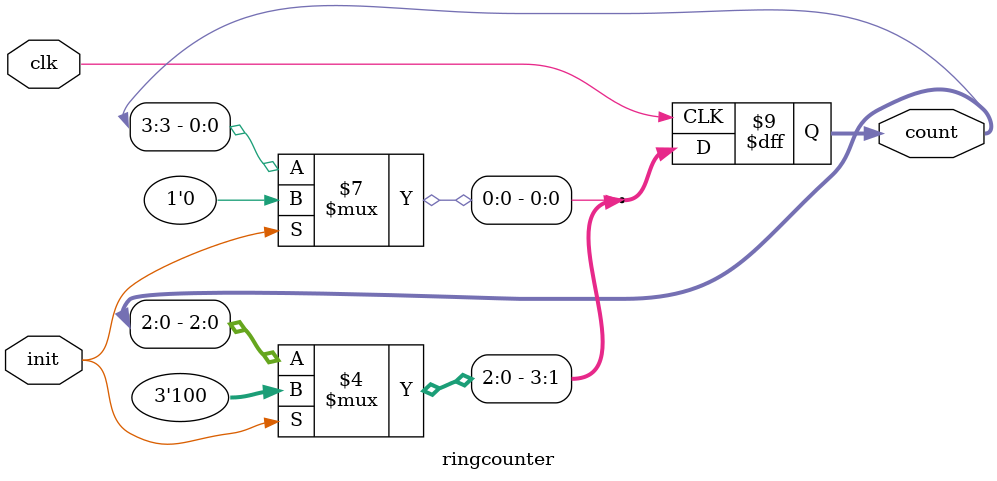
<source format=v>
module ringcounter(clk,init,count);
 input clk,init;
 output reg [3:0]count;
 
 always@(posedge clk)
   begin
    if (init)
      count <= 4'b1000;
    else
      begin
       count <= count<<1;
       count[0] <= count[3];
      end
   end
endmodule

</source>
